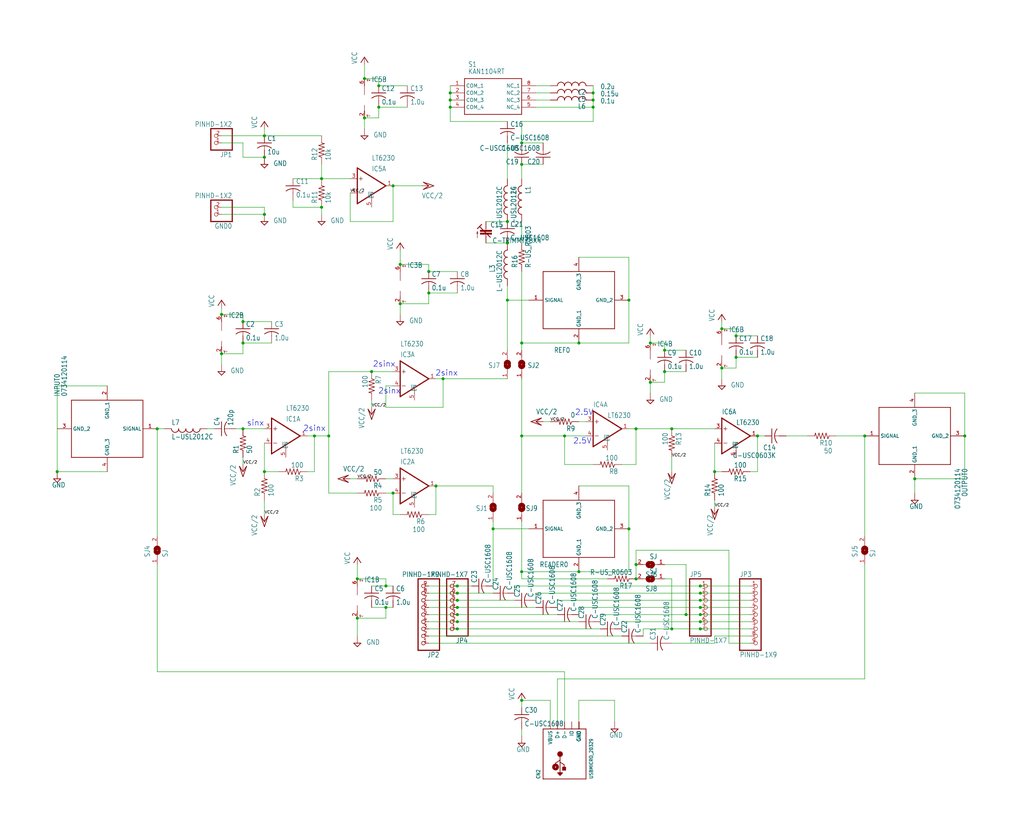
<source format=kicad_sch>
(kicad_sch (version 20231120) (generator "eeschema") (generator_version "8.0")
  (paper "User" 363.957 296.85)
  (junction (at 162.56 223.52))
  (junction (at 226.06 152.4))
  (junction (at 93.98 48.26))
  (junction (at 254 167.64))
  (junction (at 248.92 220.98))
  (junction (at 86.36 152.4))
  (junction (at 152.4 104.14))
  (junction (at 86.36 121.92))
  (junction (at 162.56 215.9))
  (junction (at 236.22 132.08))
  (junction (at 137.16 215.9))
  (junction (at 325.12 170.18))
  (junction (at 162.56 208.28))
  (junction (at 248.92 210.82))
  (junction (at 154.94 172.72))
  (junction (at 152.4 96.52))
  (junction (at 160.02 33.02))
  (junction (at 261.62 119.38))
  (junction (at 93.98 76.2))
  (junction (at 160.02 38.1))
  (junction (at 248.92 208.28))
  (junction (at 185.42 154.94))
  (junction (at 185.42 248.92))
  (junction (at 132.08 132.08))
  (junction (at 162.56 213.36))
  (junction (at 55.88 152.4))
  (junction (at 223.52 106.68))
  (junction (at 134.62 38.1))
  (junction (at 162.56 210.82))
  (junction (at 78.74 125.73))
  (junction (at 248.92 223.52))
  (junction (at 139.7 175.26))
  (junction (at 223.52 187.96))
  (junction (at 248.92 218.44))
  (junction (at 231.14 135.89))
  (junction (at 231.14 121.92))
  (junction (at 129.54 27.94))
  (junction (at 134.62 30.48))
  (junction (at 256.54 116.84))
  (junction (at 238.76 152.4))
  (junction (at 129.54 41.91))
  (junction (at 307.34 154.94))
  (junction (at 200.66 154.94))
  (junction (at 205.74 203.2))
  (junction (at 162.56 220.98))
  (junction (at 127 219.71))
  (junction (at 238.76 223.52))
  (junction (at 175.26 187.96))
  (junction (at 162.56 218.44))
  (junction (at 157.48 134.62))
  (junction (at 205.74 121.92))
  (junction (at 180.34 106.68))
  (junction (at 185.42 58.42))
  (junction (at 93.98 167.64))
  (junction (at 180.34 86.36))
  (junction (at 342.9 154.94))
  (junction (at 236.22 124.46))
  (junction (at 261.62 127))
  (junction (at 142.24 93.98))
  (junction (at 243.84 218.44))
  (junction (at 210.82 38.1))
  (junction (at 142.24 107.95))
  (junction (at 78.74 111.76))
  (junction (at 180.34 78.74))
  (junction (at 20.32 167.64))
  (junction (at 86.36 114.3))
  (junction (at 127 205.74))
  (junction (at 248.92 213.36))
  (junction (at 185.42 50.8))
  (junction (at 185.42 121.92))
  (junction (at 114.3 73.66))
  (junction (at 210.82 35.56))
  (junction (at 111.76 154.94))
  (junction (at 185.42 203.2))
  (junction (at 137.16 208.28))
  (junction (at 93.98 55.88))
  (junction (at 139.7 66.04))
  (junction (at 160.02 35.56))
  (junction (at 256.54 130.81))
  (junction (at 248.92 215.9))
  (junction (at 116.84 154.94))
  (junction (at 269.24 154.94))
  (junction (at 114.3 63.5))
  (junction (at 226.06 200.66))
  (junction (at 210.82 33.02))
  (junction (at 226.06 205.74))
  (wire (pts (xy 248.92 215.9) (xy 205.74 215.9)) (stroke (width 0.1524)))
  (wire (pts (xy 93.98 73.66) (xy 93.98 76.2)) (stroke (width 0.1524)))
  (wire (pts (xy 248.92 223.52) (xy 238.76 223.52)) (stroke (width 0.1524)))
  (wire (pts (xy 78.74 50.8) (xy 86.36 50.8)) (stroke (width 0.1524)))
  (wire (pts (xy 93.98 167.64) (xy 93.98 157.48)) (stroke (width 0.1524)))
  (wire (pts (xy 200.66 238.76) (xy 55.88 238.76)) (stroke (width 0.1524)))
  (wire (pts (xy 190.5 33.02) (xy 195.58 33.02)) (stroke (width 0.1524)))
  (wire (pts (xy 111.76 167.64) (xy 111.76 154.94)) (stroke (width 0.1524)))
  (wire (pts (xy 238.76 152.4) (xy 226.06 152.4)) (stroke (width 0.1524)))
  (wire (pts (xy 238.76 205.74) (xy 236.22 205.74)) (stroke (width 0.1524)))
  (wire (pts (xy 137.16 215.9) (xy 137.16 219.71)) (stroke (width 0.1524)))
  (wire (pts (xy 111.76 154.94) (xy 116.84 154.94)) (stroke (width 0.1524)))
  (wire (pts (xy 175.26 187.96) (xy 175.26 208.28)) (stroke (width 0.1524)))
  (wire (pts (xy 261.62 119.38) (xy 269.24 119.38)) (stroke (width 0.1524)))
  (wire (pts (xy 243.84 200.66) (xy 243.84 218.44)) (stroke (width 0.1524)))
  (wire (pts (xy 142.24 93.98) (xy 142.24 88.9)) (stroke (width 0.1524)))
  (wire (pts (xy 160.02 35.56) (xy 160.02 38.1)) (stroke (width 0.1524)))
  (wire (pts (xy 132.08 215.9) (xy 137.16 215.9)) (stroke (width 0.1524)))
  (wire (pts (xy 93.98 48.26) (xy 114.3 48.26)) (stroke (width 0.1524)))
  (wire (pts (xy 261.62 116.84) (xy 261.62 119.38)) (stroke (width 0.1524)))
  (wire (pts (xy 139.7 66.04) (xy 149.86 66.04)) (stroke (width 0.1524)))
  (wire (pts (xy 226.06 165.1) (xy 226.06 152.4)) (stroke (width 0.1524)))
  (wire (pts (xy 205.74 256.54) (xy 205.74 248.92)) (stroke (width 0.1524)))
  (wire (pts (xy 38.1 167.64) (xy 20.32 167.64)) (stroke (width 0.1524)))
  (wire (pts (xy 172.72 86.36) (xy 180.34 86.36)) (stroke (width 0.1524)))
  (wire (pts (xy 175.26 172.72) (xy 175.26 175.26)) (stroke (width 0.1524)))
  (wire (pts (xy 248.92 218.44) (xy 243.84 218.44)) (stroke (width 0.1524)))
  (wire (pts (xy 142.24 107.95) (xy 142.24 111.76)) (stroke (width 0.1524)))
  (wire (pts (xy 200.66 238.76) (xy 200.66 256.54)) (stroke (width 0.1524)))
  (wire (pts (xy 86.36 121.92) (xy 96.52 121.92)) (stroke (width 0.1524)))
  (wire (pts (xy 124.46 63.5) (xy 114.3 63.5)) (stroke (width 0.1524)))
  (wire (pts (xy 180.34 106.68) (xy 180.34 124.46)) (stroke (width 0.1524)))
  (wire (pts (xy 231.14 135.89) (xy 231.14 139.7)) (stroke (width 0.1524)))
  (wire (pts (xy 78.74 109.22) (xy 78.74 111.76)) (stroke (width 0.1524)))
  (wire (pts (xy 160.02 30.48) (xy 160.02 33.02)) (stroke (width 0.1524)))
  (wire (pts (xy 198.12 213.36) (xy 198.12 215.9)) (stroke (width 0.1524)))
  (wire (pts (xy 190.5 210.82) (xy 190.5 213.36)) (stroke (width 0.1524)))
  (wire (pts (xy 198.12 241.3) (xy 307.34 241.3)) (stroke (width 0.1524)))
  (wire (pts (xy 205.74 203.2) (xy 223.52 203.2)) (stroke (width 0.1524)))
  (wire (pts (xy 210.82 165.1) (xy 200.66 165.1)) (stroke (width 0.1524)))
  (wire (pts (xy 104.14 73.66) (xy 114.3 73.66)) (stroke (width 0.1524)))
  (wire (pts (xy 134.62 41.91) (xy 129.54 41.91)) (stroke (width 0.1524)))
  (wire (pts (xy 236.22 135.89) (xy 231.14 135.89)) (stroke (width 0.1524)))
  (wire (pts (xy 182.88 213.36) (xy 162.56 213.36)) (stroke (width 0.1524)))
  (wire (pts (xy 180.34 63.5) (xy 180.34 50.8)) (stroke (width 0.1524)))
  (wire (pts (xy 342.9 139.7) (xy 342.9 154.94)) (stroke (width 0.1524)))
  (wire (pts (xy 271.78 154.94) (xy 269.24 154.94)) (stroke (width 0.1524)))
  (wire (pts (xy 213.36 223.52) (xy 162.56 223.52)) (stroke (width 0.1524)))
  (wire (pts (xy 185.42 58.42) (xy 185.42 63.5)) (stroke (width 0.1524)))
  (wire (pts (xy 152.4 213.36) (xy 162.56 213.36)) (stroke (width 0.1524)))
  (wire (pts (xy 198.12 241.3) (xy 198.12 256.54)) (stroke (width 0.1524)))
  (wire (pts (xy 132.08 132.08) (xy 139.7 132.08)) (stroke (width 0.1524)))
  (wire (pts (xy 307.34 200.66) (xy 307.34 241.3)) (stroke (width 0.1524)))
  (wire (pts (xy 124.46 68.58) (xy 124.46 78.74)) (stroke (width 0.1524)))
  (wire (pts (xy 152.4 182.88) (xy 154.94 182.88)) (stroke (width 0.1524)))
  (wire (pts (xy 139.7 170.18) (xy 137.16 170.18)) (stroke (width 0.1524)))
  (wire (pts (xy 261.62 127) (xy 261.62 130.81)) (stroke (width 0.1524)))
  (wire (pts (xy 182.88 208.28) (xy 182.88 210.82)) (stroke (width 0.1524)))
  (wire (pts (xy 266.7 228.6) (xy 259.08 228.6)) (stroke (width 0.1524)))
  (wire (pts (xy 210.82 35.56) (xy 210.82 38.1)) (stroke (width 0.1524)))
  (wire (pts (xy 139.7 137.16) (xy 137.16 137.16)) (stroke (width 0.1524)))
  (wire (pts (xy 137.16 219.71) (xy 127 219.71)) (stroke (width 0.1524)))
  (wire (pts (xy 162.56 220.98) (xy 205.74 220.98)) (stroke (width 0.1524)))
  (wire (pts (xy 152.4 218.44) (xy 162.56 218.44)) (stroke (width 0.1524)))
  (wire (pts (xy 218.44 248.92) (xy 218.44 256.54)) (stroke (width 0.1524)))
  (wire (pts (xy 210.82 38.1) (xy 190.5 38.1)) (stroke (width 0.1524)))
  (wire (pts (xy 86.36 165.1) (xy 86.36 162.56)) (stroke (width 0.1524)))
  (wire (pts (xy 226.06 195.58) (xy 259.08 195.58)) (stroke (width 0.1524)))
  (wire (pts (xy 20.32 167.64) (xy 20.32 152.4)) (stroke (width 0.1524)))
  (wire (pts (xy 269.24 167.64) (xy 266.7 167.64)) (stroke (width 0.1524)))
  (wire (pts (xy 152.4 104.14) (xy 162.56 104.14)) (stroke (width 0.1524)))
  (wire (pts (xy 137.16 215.9) (xy 139.7 215.9)) (stroke (width 0.1524)))
  (wire (pts (xy 55.88 152.4) (xy 58.42 152.4)) (stroke (width 0.1524)))
  (wire (pts (xy 134.62 38.1) (xy 134.62 41.91)) (stroke (width 0.1524)))
  (wire (pts (xy 213.36 218.44) (xy 243.84 218.44)) (stroke (width 0.1524)))
  (wire (pts (xy 236.22 132.08) (xy 236.22 135.89)) (stroke (width 0.1524)))
  (wire (pts (xy 223.52 172.72) (xy 205.74 172.72)) (stroke (width 0.1524)))
  (wire (pts (xy 152.4 210.82) (xy 162.56 210.82)) (stroke (width 0.1524)))
  (wire (pts (xy 266.7 226.06) (xy 254 226.06)) (stroke (width 0.1524)))
  (wire (pts (xy 127 170.18) (xy 124.46 170.18)) (stroke (width 0.1524)))
  (wire (pts (xy 248.92 210.82) (xy 190.5 210.82)) (stroke (width 0.1524)))
  (wire (pts (xy 160.02 33.02) (xy 160.02 35.56)) (stroke (width 0.1524)))
  (wire (pts (xy 55.88 238.76) (xy 55.88 200.66)) (stroke (width 0.1524)))
  (wire (pts (xy 152.4 228.6) (xy 231.14 228.6)) (stroke (width 0.1524)))
  (wire (pts (xy 210.82 43.18) (xy 210.82 38.1)) (stroke (width 0.1524)))
  (wire (pts (xy 190.5 30.48) (xy 195.58 30.48)) (stroke (width 0.1524)))
  (wire (pts (xy 180.34 43.18) (xy 160.02 43.18)) (stroke (width 0.1524)))
  (wire (pts (xy 55.88 190.5) (xy 55.88 152.4)) (stroke (width 0.1524)))
  (wire (pts (xy 116.84 175.26) (xy 116.84 154.94)) (stroke (width 0.1524)))
  (wire (pts (xy 205.74 91.44) (xy 223.52 91.44)) (stroke (width 0.1524)))
  (wire (pts (xy 185.42 203.2) (xy 185.42 205.74)) (stroke (width 0.1524)))
  (wire (pts (xy 78.74 73.66) (xy 93.98 73.66)) (stroke (width 0.1524)))
  (wire (pts (xy 129.54 41.91) (xy 129.54 45.72)) (stroke (width 0.1524)))
  (wire (pts (xy 236.22 121.92) (xy 236.22 124.46)) (stroke (width 0.1524)))
  (wire (pts (xy 266.7 210.82) (xy 248.92 210.82)) (stroke (width 0.1524)))
  (wire (pts (xy 187.96 106.68) (xy 180.34 106.68)) (stroke (width 0.1524)))
  (wire (pts (xy 78.74 48.26) (xy 93.98 48.26)) (stroke (width 0.1524)))
  (wire (pts (xy 137.16 144.78) (xy 157.48 144.78)) (stroke (width 0.1524)))
  (wire (pts (xy 152.4 96.52) (xy 162.56 96.52)) (stroke (width 0.1524)))
  (wire (pts (xy 248.92 213.36) (xy 266.7 213.36)) (stroke (width 0.1524)))
  (wire (pts (xy 205.74 215.9) (xy 205.74 218.44)) (stroke (width 0.1524)))
  (wire (pts (xy 20.32 137.16) (xy 38.1 137.16)) (stroke (width 0.1524)))
  (wire (pts (xy 220.98 220.98) (xy 220.98 223.52)) (stroke (width 0.1524)))
  (wire (pts (xy 144.78 38.1) (xy 134.62 38.1)) (stroke (width 0.1524)))
  (wire (pts (xy 238.76 223.52) (xy 238.76 205.74)) (stroke (width 0.1524)))
  (wire (pts (xy 185.42 185.42) (xy 185.42 203.2)) (stroke (width 0.1524)))
  (wire (pts (xy 83.82 152.4) (xy 86.36 152.4)) (stroke (width 0.1524)))
  (wire (pts (xy 238.76 162.56) (xy 238.76 167.64)) (stroke (width 0.1524)))
  (wire (pts (xy 104.14 63.5) (xy 114.3 63.5)) (stroke (width 0.1524)))
  (wire (pts (xy 86.36 50.8) (xy 86.36 55.88)) (stroke (width 0.1524)))
  (wire (pts (xy 127 226.06) (xy 127 219.71)) (stroke (width 0.1524)))
  (wire (pts (xy 193.04 50.8) (xy 185.42 50.8)) (stroke (width 0.1524)))
  (wire (pts (xy 256.54 116.84) (xy 261.62 116.84)) (stroke (width 0.1524)))
  (wire (pts (xy 129.54 27.94) (xy 134.62 27.94)) (stroke (width 0.1524)))
  (wire (pts (xy 205.74 248.92) (xy 218.44 248.92)) (stroke (width 0.1524)))
  (wire (pts (xy 266.7 220.98) (xy 248.92 220.98)) (stroke (width 0.1524)))
  (wire (pts (xy 185.42 261.62) (xy 185.42 259.08)) (stroke (width 0.1524)))
  (wire (pts (xy 208.28 154.94) (xy 200.66 154.94)) (stroke (width 0.1524)))
  (wire (pts (xy 223.52 187.96) (xy 223.52 172.72)) (stroke (width 0.1524)))
  (wire (pts (xy 200.66 154.94) (xy 185.42 154.94)) (stroke (width 0.1524)))
  (wire (pts (xy 137.16 208.28) (xy 132.08 208.28)) (stroke (width 0.1524)))
  (wire (pts (xy 137.16 175.26) (xy 139.7 175.26)) (stroke (width 0.1524)))
  (wire (pts (xy 93.98 55.88) (xy 86.36 55.88)) (stroke (width 0.1524)))
  (wire (pts (xy 109.22 167.64) (xy 111.76 167.64)) (stroke (width 0.1524)))
  (wire (pts (xy 190.5 215.9) (xy 162.56 215.9)) (stroke (width 0.1524)))
  (wire (pts (xy 223.52 203.2) (xy 223.52 187.96)) (stroke (width 0.1524)))
  (wire (pts (xy 195.58 149.86) (xy 193.04 149.86)) (stroke (width 0.1524)))
  (wire (pts (xy 185.42 248.92) (xy 185.42 251.46)) (stroke (width 0.1524)))
  (wire (pts (xy 127 205.74) (xy 127 200.66)) (stroke (width 0.1524)))
  (wire (pts (xy 157.48 134.62) (xy 180.34 134.62)) (stroke (width 0.1524)))
  (wire (pts (xy 86.36 121.92) (xy 86.36 125.73)) (stroke (width 0.1524)))
  (wire (pts (xy 185.42 154.94) (xy 185.42 175.26)) (stroke (width 0.1524)))
  (wire (pts (xy 139.7 208.28) (xy 137.16 208.28)) (stroke (width 0.1524)))
  (wire (pts (xy 200.66 165.1) (xy 200.66 154.94)) (stroke (width 0.1524)))
  (wire (pts (xy 157.48 134.62) (xy 154.94 134.62)) (stroke (width 0.1524)))
  (wire (pts (xy 86.36 114.3) (xy 96.52 114.3)) (stroke (width 0.1524)))
  (wire (pts (xy 223.52 121.92) (xy 205.74 121.92)) (stroke (width 0.1524)))
  (wire (pts (xy 134.62 30.48) (xy 144.78 30.48)) (stroke (width 0.1524)))
  (wire (pts (xy 114.3 73.66) (xy 114.3 76.2)) (stroke (width 0.1524)))
  (wire (pts (xy 215.9 205.74) (xy 185.42 205.74)) (stroke (width 0.1524)))
  (wire (pts (xy 269.24 154.94) (xy 269.24 167.64)) (stroke (width 0.1524)))
  (wire (pts (xy 254 167.64) (xy 256.54 167.64)) (stroke (width 0.1524)))
  (wire (pts (xy 152.4 220.98) (xy 162.56 220.98)) (stroke (width 0.1524)))
  (wire (pts (xy 152.4 93.98) (xy 142.24 93.98)) (stroke (width 0.1524)))
  (wire (pts (xy 269.24 127) (xy 261.62 127)) (stroke (width 0.1524)))
  (wire (pts (xy 129.54 22.86) (xy 129.54 27.94)) (stroke (width 0.1524)))
  (wire (pts (xy 307.34 154.94) (xy 307.34 190.5)) (stroke (width 0.1524)))
  (wire (pts (xy 248.92 223.52) (xy 266.7 223.52)) (stroke (width 0.1524)))
  (wire (pts (xy 248.92 220.98) (xy 220.98 220.98)) (stroke (width 0.1524)))
  (wire (pts (xy 139.7 175.26) (xy 139.7 182.88)) (stroke (width 0.1524)))
  (wire (pts (xy 172.72 78.74) (xy 180.34 78.74)) (stroke (width 0.1524)))
  (wire (pts (xy 236.22 200.66) (xy 243.84 200.66)) (stroke (width 0.1524)))
  (wire (pts (xy 266.7 218.44) (xy 248.92 218.44)) (stroke (width 0.1524)))
  (wire (pts (xy 152.4 226.06) (xy 220.98 226.06)) (stroke (width 0.1524)))
  (wire (pts (xy 185.42 96.52) (xy 185.42 121.92)) (stroke (width 0.1524)))
  (wire (pts (xy 86.36 152.4) (xy 93.98 152.4)) (stroke (width 0.1524)))
  (wire (pts (xy 127 175.26) (xy 116.84 175.26)) (stroke (width 0.1524)))
  (wire (pts (xy 259.08 228.6) (xy 259.08 195.58)) (stroke (width 0.1524)))
  (wire (pts (xy 185.42 43.18) (xy 210.82 43.18)) (stroke (width 0.1524)))
  (wire (pts (xy 78.74 129.54) (xy 78.74 125.73)) (stroke (width 0.1524)))
  (wire (pts (xy 256.54 130.81) (xy 256.54 134.62)) (stroke (width 0.1524)))
  (wire (pts (xy 93.98 182.88) (xy 93.98 177.8)) (stroke (width 0.1524)))
  (wire (pts (xy 231.14 119.38) (xy 231.14 121.92)) (stroke (width 0.1524)))
  (wire (pts (xy 78.74 111.76) (xy 86.36 111.76)) (stroke (width 0.1524)))
  (wire (pts (xy 254 228.6) (xy 238.76 228.6)) (stroke (width 0.1524)))
  (wire (pts (xy 185.42 86.36) (xy 185.42 78.74)) (stroke (width 0.1524)))
  (wire (pts (xy 185.42 248.92) (xy 195.58 248.92)) (stroke (width 0.1524)))
  (wire (pts (xy 86.36 125.73) (xy 78.74 125.73)) (stroke (width 0.1524)))
  (wire (pts (xy 160.02 38.1) (xy 160.02 43.18)) (stroke (width 0.1524)))
  (wire (pts (xy 154.94 182.88) (xy 154.94 172.72)) (stroke (width 0.1524)))
  (wire (pts (xy 228.6 226.06) (xy 228.6 223.52)) (stroke (width 0.1524)))
  (wire (pts (xy 114.3 63.5) (xy 114.3 58.42)) (stroke (width 0.1524)))
  (wire (pts (xy 193.04 58.42) (xy 185.42 58.42)) (stroke (width 0.1524)))
  (wire (pts (xy 254 180.34) (xy 254 177.8)) (stroke (width 0.1524)))
  (wire (pts (xy 297.18 154.94) (xy 307.34 154.94)) (stroke (width 0.1524)))
  (wire (pts (xy 220.98 165.1) (xy 226.06 165.1)) (stroke (width 0.1524)))
  (wire (pts (xy 325.12 139.7) (xy 342.9 139.7)) (stroke (width 0.1524)))
  (wire (pts (xy 223.52 106.68) (xy 223.52 121.92)) (stroke (width 0.1524)))
  (wire (pts (xy 342.9 154.94) (xy 342.9 170.18)) (stroke (width 0.1524)))
  (wire (pts (xy 134.62 27.94) (xy 134.62 30.48)) (stroke (width 0.1524)))
  (wire (pts (xy 104.14 71.12) (xy 104.14 73.66)) (stroke (width 0.1524)))
  (wire (pts (xy 152.4 215.9) (xy 162.56 215.9)) (stroke (width 0.1524)))
  (wire (pts (xy 254 226.06) (xy 254 228.6)) (stroke (width 0.1524)))
  (wire (pts (xy 226.06 152.4) (xy 223.52 152.4)) (stroke (width 0.1524)))
  (wire (pts (xy 86.36 111.76) (xy 86.36 114.3)) (stroke (width 0.1524)))
  (wire (pts (xy 325.12 170.18) (xy 325.12 175.26)) (stroke (width 0.1524)))
  (wire (pts (xy 93.98 76.2) (xy 78.74 76.2)) (stroke (width 0.1524)))
  (wire (pts (xy 127 205.74) (xy 137.16 205.74)) (stroke (width 0.1524)))
  (wire (pts (xy 231.14 121.92) (xy 236.22 121.92)) (stroke (width 0.1524)))
  (wire (pts (xy 116.84 154.94) (xy 116.84 132.08)) (stroke (width 0.1524)))
  (wire (pts (xy 185.42 134.62) (xy 185.42 154.94)) (stroke (width 0.1524)))
  (wire (pts (xy 152.4 104.14) (xy 152.4 107.95)) (stroke (width 0.1524)))
  (wire (pts (xy 116.84 132.08) (xy 132.08 132.08)) (stroke (width 0.1524)))
  (wire (pts (xy 236.22 124.46) (xy 243.84 124.46)) (stroke (width 0.1524)))
  (wire (pts (xy 185.42 121.92) (xy 205.74 121.92)) (stroke (width 0.1524)))
  (wire (pts (xy 248.92 208.28) (xy 182.88 208.28)) (stroke (width 0.1524)))
  (wire (pts (xy 248.92 215.9) (xy 266.7 215.9)) (stroke (width 0.1524)))
  (wire (pts (xy 93.98 167.64) (xy 99.06 167.64)) (stroke (width 0.1524)))
  (wire (pts (xy 190.5 35.56) (xy 195.58 35.56)) (stroke (width 0.1524)))
  (wire (pts (xy 157.48 144.78) (xy 157.48 134.62)) (stroke (width 0.1524)))
  (wire (pts (xy 210.82 33.02) (xy 210.82 35.56)) (stroke (width 0.1524)))
  (wire (pts (xy 254 152.4) (xy 238.76 152.4)) (stroke (width 0.1524)))
  (wire (pts (xy 152.4 96.52) (xy 152.4 93.98)) (stroke (width 0.1524)))
  (wire (pts (xy 20.32 137.16) (xy 20.32 152.4)) (stroke (width 0.1524)))
  (wire (pts (xy 175.26 185.42) (xy 175.26 187.96)) (stroke (width 0.1524)))
  (wire (pts (xy 342.9 170.18) (xy 325.12 170.18)) (stroke (width 0.1524)))
  (wire (pts (xy 93.98 45.72) (xy 93.98 48.26)) (stroke (width 0.1524)))
  (wire (pts (xy 111.76 154.94) (xy 109.22 154.94)) (stroke (width 0.1524)))
  (wire (pts (xy 248.92 213.36) (xy 198.12 213.36)) (stroke (width 0.1524)))
  (wire (pts (xy 256.54 116.84) (xy 256.54 114.3)) (stroke (width 0.1524)))
  (wire (pts (xy 175.26 210.82) (xy 162.56 210.82)) (stroke (width 0.1524)))
  (wire (pts (xy 137.16 205.74) (xy 137.16 208.28)) (stroke (width 0.1524)))
  (wire (pts (xy 228.6 223.52) (xy 238.76 223.52)) (stroke (width 0.1524)))
  (wire (pts (xy 261.62 130.81) (xy 256.54 130.81)) (stroke (width 0.1524)))
  (wire (pts (xy 139.7 78.74) (xy 139.7 66.04)) (stroke (width 0.1524)))
  (wire (pts (xy 210.82 30.48) (xy 210.82 33.02)) (stroke (width 0.1524)))
  (wire (pts (xy 185.42 121.92) (xy 185.42 124.46)) (stroke (width 0.1524)))
  (wire (pts (xy 226.06 200.66) (xy 226.06 195.58)) (stroke (width 0.1524)))
  (wire (pts (xy 213.36 220.98) (xy 213.36 218.44)) (stroke (width 0.1524)))
  (wire (pts (xy 137.16 137.16) (xy 137.16 144.78)) (stroke (width 0.1524)))
  (wire (pts (xy 152.4 107.95) (xy 142.24 107.95)) (stroke (width 0.1524)))
  (wire (pts (xy 198.12 218.44) (xy 162.56 218.44)) (stroke (width 0.1524)))
  (wire (pts (xy 124.46 78.74) (xy 139.7 78.74)) (stroke (width 0.1524)))
  (wire (pts (xy 167.64 208.28) (xy 162.56 208.28)) (stroke (width 0.1524)))
  (wire (pts (xy 185.42 50.8) (xy 185.42 43.18)) (stroke (width 0.1524)))
  (wire (pts (xy 152.4 208.28) (xy 162.56 208.28)) (stroke (width 0.1524)))
  (wire (pts (xy 132.08 144.78) (xy 132.08 142.24)) (stroke (width 0.1524)))
  (wire (pts (xy 248.92 208.28) (xy 266.7 208.28)) (stroke (width 0.1524)))
  (wire (pts (xy 73.66 152.4) (xy 76.2 152.4)) (stroke (width 0.1524)))
  (wire (pts (xy 226.06 205.74) (xy 226.06 200.66)) (stroke (width 0.1524)))
  (wire (pts (xy 223.52 91.44) (xy 223.52 106.68)) (stroke (width 0.1524)))
  (wire (pts (xy 205.74 149.86) (xy 208.28 149.86)) (stroke (width 0.1524)))
  (wire (pts (xy 254 157.48) (xy 254 167.64)) (stroke (width 0.1524)))
  (wire (pts (xy 243.84 132.08) (xy 236.22 132.08)) (stroke (width 0.1524)))
  (wire (pts (xy 152.4 223.52) (xy 162.56 223.52)) (stroke (width 0.1524)))
  (wire (pts (xy 205.74 203.2) (xy 185.42 203.2)) (stroke (width 0.1524)))
  (wire (pts (xy 279.4 154.94) (xy 287.02 154.94)) (stroke (width 0.1524)))
  (wire (pts (xy 154.94 172.72) (xy 175.26 172.72)) (stroke (width 0.1524)))
  (wire (pts (xy 142.24 182.88) (xy 139.7 182.88)) (stroke (width 0.1524)))
  (wire (pts (xy 180.34 101.6) (xy 180.34 106.68)) (stroke (width 0.1524)))
  (wire (pts (xy 187.96 187.96) (xy 175.26 187.96)) (stroke (width 0.1524)))
  (wire (pts (xy 195.58 256.54) (xy 195.58 248.92)) (stroke (width 0.1524)))
  (text "2.5V" (at 207.01 156.845 0) (effects (font (size 2 2))))
  (text "2.5V" (at 207.645 146.685 0) (effects (font (size 2 2))))
  (text "2sinx" (at 136.525 129.54 0) (effects (font (size 2 2))))
  (text "2sinx" (at 158.75 132.715 0) (effects (font (size 2 2))))
  (text "sinx" (at 90.805 150.495 0) (effects (font (size 2 2))))
  (text "2sinx" (at 138.43 139.065 0) (effects (font (size 2 2))))
  (text "2sinx" (at 111.76 152.4 0) (effects (font (size 2 2))))
  (label "VCC/2" (at 132.08 144.78 0) (effects (font (size 1.016 1.016))))
  (label "VCC/2" (at 124.46 68.58 0) (effects (font (size 1.016 1.016))))
  (label "VCC/2" (at 127 170.18 0) (effects (font (size 1.016 1.016))))
  (label "VCC/2" (at 93.98 182.88 0) (effects (font (size 1.016 1.016))))
  (label "VCC/2" (at 238.76 162.56 0) (effects (font (size 1.016 1.016))))
  (label "VCC/2" (at 86.36 165.1 0) (effects (font (size 1.016 1.016))))
  (label "VCC/2" (at 254 180.34 0) (effects (font (size 1.016 1.016))))
  (label "VCC/2" (at 195.58 149.86 0) (effects (font (size 1.016 1.016))))
  (symbol (lib_id "bridge_ver3-eagle-import:SJ") (at 185.42 180.34 90) (unit 1)
    (property "Reference" "SJ9" (at 191.135 179.705 90) (effects (font (size 1.778 1.5113)) (justify left bottom)))
    (property "Value" "SJ" (effects (hide yes)))
    (property "Footprint" "bridge_ver3:SJ" (effects (hide yes)))
  )
  (symbol (lib_id "bridge_ver3-eagle-import:0734120114") (at 325.12 139.7 270) (unit 1)
    (property "Reference" "OUTPUT0" (at 342.9 166.37 0) (effects (font (size 1.778 1.5113)) (justify left)))
    (property "Value" "0734120114" (at 340.36 166.37 0) (effects (font (size 1.778 1.5113)) (justify left)))
    (property "Footprint" "bridge_ver3:0734120114" (effects (hide yes)))
  )
  (symbol (lib_id "bridge_ver3-eagle-import:GND") (at 93.98 58.42 0) (unit 1)
    (property "Reference" "#SUPPLY10" (effects (hide yes)))
    (property "Value" "GND" (at 97.155 59.055 0) (effects (font (size 1.778 1.5113)) (justify left bottom)))
  )
  (symbol (lib_id "bridge_ver3-eagle-import:VCC/2") (at 238.76 170.18 180) (unit 1)
    (property "Reference" "#P+7" (effects (hide yes)))
    (property "Value" "VCC/2" (at 236.22 170.18 90) (effects (font (size 1.778 1.5113)) (justify left bottom)))
  )
  (symbol (lib_id "bridge_ver3-eagle-import:VCC/2") (at 121.92 170.18 90) (unit 1)
    (property "Reference" "#P+6" (effects (hide yes)))
    (property "Value" "VCC/2" (at 121.92 167.64 90) (effects (font (size 1.778 1.5113)) (justify right top)))
  )
  (symbol (lib_id "bridge_ver3-eagle-import:PINHD-1X9") (at 269.24 218.44 0) (unit 1)
    (property "Reference" "JP3" (at 262.89 205.105 0) (effects (font (size 1.778 1.5113)) (justify left bottom)))
    (property "Value" "PINHD-1X9" (at 262.89 233.68 0) (effects (font (size 1.778 1.5113)) (justify left bottom)))
    (property "Footprint" "bridge_ver3:1X09" (effects (hide yes)))
  )
  (symbol (lib_id "bridge_ver3-eagle-import:C-USC1608") (at 170.18 208.28 90) (unit 1)
    (property "Reference" "C23" (at 169.545 207.264 0) (effects (font (size 1.778 1.5113)) (justify left bottom)))
    (property "Value" "C-USC1608" (at 174.371 207.264 0) (effects (font (size 1.778 1.5113)) (justify left bottom)))
    (property "Footprint" "bridge_ver3:C1608" (effects (hide yes)))
  )
  (symbol (lib_id "bridge_ver3-eagle-import:C-USC1608") (at 193.04 55.88 180) (unit 1)
    (property "Reference" "C20" (at 192.024 56.515 0) (effects (font (size 1.778 1.5113)) (justify left bottom)))
    (property "Value" "C-USC1608" (at 192.024 51.689 0) (effects (font (size 1.778 1.5113)) (justify left bottom)))
    (property "Footprint" "bridge_ver3:C1608" (effects (hide yes)))
  )
  (symbol (lib_id "bridge_ver3-eagle-import:SJ") (at 175.26 180.34 90) (unit 1)
    (property "Reference" "SJ1" (at 173.355 179.705 90) (effects (font (size 1.778 1.5113)) (justify left bottom)))
    (property "Value" "SJ" (effects (hide yes)))
    (property "Footprint" "bridge_ver3:SJ" (effects (hide yes)))
  )
  (symbol (lib_id "bridge_ver3-eagle-import:C-USC0603K") (at 261.62 121.92 0) (unit 1)
    (property "Reference" "C17" (at 262.636 121.285 0) (effects (font (size 1.778 1.5113)) (justify left bottom)))
    (property "Value" "0.1u" (at 262.636 126.111 0) (effects (font (size 1.778 1.5113)) (justify left bottom)))
    (property "Footprint" "bridge_ver3:C0603K" (effects (hide yes)))
  )
  (symbol (lib_id "bridge_ver3-eagle-import:C-USC1608") (at 200.66 218.44 90) (unit 1)
    (property "Reference" "C27" (at 200.025 217.424 0) (effects (font (size 1.778 1.5113)) (justify left bottom)))
    (property "Value" "C-USC1608" (at 204.851 217.424 0) (effects (font (size 1.778 1.5113)) (justify left bottom)))
    (property "Footprint" "bridge_ver3:C1608" (effects (hide yes)))
  )
  (symbol (lib_id "bridge_ver3-eagle-import:VCC") (at 142.24 86.36 0) (unit 1)
    (property "Reference" "#P+5" (effects (hide yes)))
    (property "Value" "VCC" (at 139.7 88.9 90) (effects (font (size 1.778 1.5113)) (justify left bottom)))
  )
  (symbol (lib_id "bridge_ver3-eagle-import:C-USC0603K") (at 162.56 99.06 0) (unit 1)
    (property "Reference" "C8" (at 163.576 98.425 0) (effects (font (size 1.778 1.5113)) (justify left bottom)))
    (property "Value" "1.0u" (at 163.576 103.251 0) (effects (font (size 1.778 1.5113)) (justify left bottom)))
    (property "Footprint" "bridge_ver3:C0603K" (effects (hide yes)))
  )
  (symbol (lib_id "bridge_ver3-eagle-import:L-USL2012C") (at 203.2 35.56 90) (unit 1)
    (property "Reference" "L6" (at 208.28 36.83 90) (effects (font (size 1.778 1.5113)) (justify left bottom)))
    (property "Value" "0.1u" (at 213.36 36.83 90) (effects (font (size 1.778 1.5113)) (justify right top)))
    (property "Footprint" "bridge_ver3:L2012C" (effects (hide yes)))
  )
  (symbol (lib_id "bridge_ver3-eagle-import:GND") (at 185.42 264.16 0) (unit 1)
    (property "Reference" "#SUPPLY13" (effects (hide yes)))
    (property "Value" "GND" (at 183.515 267.335 0) (effects (font (size 1.778 1.5113)) (justify left bottom)))
  )
  (symbol (lib_id "bridge_ver3-eagle-import:VCC") (at 93.98 43.18 0) (unit 1)
    (property "Reference" "#P+10" (effects (hide yes)))
    (property "Value" "VCC" (at 91.44 45.72 90) (effects (font (size 1.778 1.5113)) (justify left bottom)))
  )
  (symbol (lib_id "bridge_ver3-eagle-import:LT6230") (at 147.32 134.62 0) (unit 1)
    (property "Reference" "IC3" (at 142.24 127 0) (effects (font (size 1.778 1.5113)) (justify left bottom)))
    (property "Value" "LT6230" (at 142.24 123.19 0) (effects (font (size 1.778 1.5113)) (justify left bottom)))
    (property "Footprint" "bridge_ver3:TSOT23-6" (effects (hide yes)))
  )
  (symbol (lib_id "bridge_ver3-eagle-import:R-US_R0603") (at 238.76 157.48 270) (unit 1)
    (property "Reference" "R13" (at 240.2586 153.67 0) (effects (font (size 1.778 1.5113)) (justify left bottom)))
    (property "Value" "100" (at 235.458 153.67 0) (effects (font (size 1.778 1.5113)) (justify left bottom)))
    (property "Footprint" "bridge_ver3:R0603" (effects (hide yes)))
  )
  (symbol (lib_id "bridge_ver3-eagle-import:C-USC0603K") (at 269.24 121.92 0) (unit 1)
    (property "Reference" "C18" (at 270.256 121.285 0) (effects (font (size 1.778 1.5113)) (justify left bottom)))
    (property "Value" "1.0u" (at 270.256 126.111 0) (effects (font (size 1.778 1.5113)) (justify left bottom)))
    (property "Footprint" "bridge_ver3:C0603K" (effects (hide yes)))
  )
  (symbol (lib_id "bridge_ver3-eagle-import:C-USC0603K") (at 93.98 50.8 0) (unit 1)
    (property "Reference" "C1" (at 94.996 50.165 0) (effects (font (size 1.778 1.5113)) (justify left bottom)))
    (property "Value" "10u" (at 94.996 54.991 0) (effects (font (size 1.778 1.5113)) (justify left bottom)))
    (property "Footprint" "bridge_ver3:C0603K" (effects (hide yes)))
  )
  (symbol (lib_id "bridge_ver3-eagle-import:VCC") (at 78.74 106.68 0) (unit 1)
    (property "Reference" "#P+2" (effects (hide yes)))
    (property "Value" "VCC" (at 76.2 109.22 90) (effects (font (size 1.778 1.5113)) (justify left bottom)))
  )
  (symbol (lib_id "bridge_ver3-eagle-import:VCC") (at 256.54 111.76 0) (unit 1)
    (property "Reference" "#P+16" (effects (hide yes)))
    (property "Value" "VCC" (at 254 114.3 90) (effects (font (size 1.778 1.5113)) (justify left bottom)))
  )
  (symbol (lib_id "bridge_ver3-eagle-import:L-USL2012C") (at 180.34 71.12 180) (unit 1)
    (property "Reference" "L4" (at 181.61 66.04 90) (effects (font (size 1.778 1.5113)) (justify left bottom)))
    (property "Value" "L-USL2012C" (at 176.53 66.04 90) (effects (font (size 1.778 1.5113)) (justify left bottom)))
    (property "Footprint" "bridge_ver3:L2012C" (effects (hide yes)))
  )
  (symbol (lib_id "bridge_ver3-eagle-import:C-USC1608") (at 233.68 228.6 90) (unit 1)
    (property "Reference" "C31" (at 233.045 227.584 0) (effects (font (size 1.778 1.5113)) (justify left bottom)))
    (property "Value" "C-USC1608" (at 237.871 227.584 0) (effects (font (size 1.778 1.5113)) (justify left bottom)))
    (property "Footprint" "bridge_ver3:C1608" (effects (hide yes)))
  )
  (symbol (lib_id "bridge_ver3-eagle-import:C-USC1608") (at 180.34 45.72 0) (unit 1)
    (property "Reference" "C16" (at 181.356 45.085 0) (effects (font (size 1.778 1.5113)) (justify left bottom)))
    (property "Value" "C-USC1608" (at 181.356 49.911 0) (effects (font (size 1.778 1.5113)) (justify left bottom)))
    (property "Footprint" "bridge_ver3:C1608" (effects (hide yes)))
  )
  (symbol (lib_id "bridge_ver3-eagle-import:R-US_R0603") (at 132.08 175.26 180) (unit 1)
    (property "Reference" "R5" (at 135.89 176.7586 0) (effects (font (size 1.778 1.5113)) (justify left bottom)))
    (property "Value" "100" (at 135.89 179.578 0) (effects (font (size 1.778 1.5113)) (justify left bottom)))
    (property "Footprint" "bridge_ver3:R0603" (effects (hide yes)))
  )
  (symbol (lib_id "bridge_ver3-eagle-import:LT6230") (at 78.74 119.38 0) (unit 2)
    (property "Reference" "IC2" (at 81.28 113.03 0) (effects (font (size 1.778 1.5113)) (justify left bottom)))
    (property "Value" "LT6230" (effects (hide yes)))
    (property "Footprint" "bridge_ver3:TSOT23-6" (effects (hide yes)))
  )
  (symbol (lib_id "bridge_ver3-eagle-import:C-USC0603K") (at 96.52 116.84 0) (unit 1)
    (property "Reference" "C3" (at 97.536 116.205 0) (effects (font (size 1.778 1.5113)) (justify left bottom)))
    (property "Value" "1.0u" (at 97.536 121.031 0) (effects (font (size 1.778 1.5113)) (justify left bottom)))
    (property "Footprint" "bridge_ver3:C0603K" (effects (hide yes)))
  )
  (symbol (lib_id "bridge_ver3-eagle-import:C-USC0603K") (at 139.7 210.82 0) (unit 1)
    (property "Reference" "C6" (at 140.716 210.185 0) (effects (font (size 1.778 1.5113)) (justify left bottom)))
    (property "Value" "1.0u" (at 140.716 215.011 0) (effects (font (size 1.778 1.5113)) (justify left bottom)))
    (property "Footprint" "bridge_ver3:C0603K" (effects (hide yes)))
  )
  (symbol (lib_id "bridge_ver3-eagle-import:R-US_R0603") (at 185.42 91.44 90) (unit 1)
    (property "Reference" "R16" (at 183.9214 95.25 0) (effects (font (size 1.778 1.5113)) (justify left bottom)))
    (property "Value" "R-US_R0603" (at 188.722 95.25 0) (effects (font (size 1.778 1.5113)) (justify left bottom)))
    (property "Footprint" "bridge_ver3:R0603" (effects (hide yes)))
  )
  (symbol (lib_id "bridge_ver3-eagle-import:GND") (at 231.14 142.24 0) (unit 1)
    (property "Reference" "#SUPPLY5" (effects (hide yes)))
    (property "Value" "GND" (at 234.315 142.875 0) (effects (font (size 1.778 1.5113)) (justify left bottom)))
  )
  (symbol (lib_id "bridge_ver3-eagle-import:VCC/2") (at 190.5 149.86 90) (unit 1)
    (property "Reference" "#P+9" (effects (hide yes)))
    (property "Value" "VCC/2" (at 190.5 147.32 90) (effects (font (size 1.778 1.5113)) (justify right top)))
  )
  (symbol (lib_id "bridge_ver3-eagle-import:VCC") (at 129.54 20.32 0) (unit 1)
    (property "Reference" "#P+13" (effects (hide yes)))
    (property "Value" "VCC" (at 127 22.86 90) (effects (font (size 1.778 1.5113)) (justify left bottom)))
  )
  (symbol (lib_id "bridge_ver3-eagle-import:PINHD-1X7") (at 251.46 215.9 0) (unit 1)
    (property "Reference" "JP5" (at 245.11 205.105 0) (effects (font (size 1.778 1.5113)) (justify left bottom)))
    (property "Value" "PINHD-1X7" (at 245.11 228.6 0) (effects (font (size 1.778 1.5113)) (justify left bottom)))
    (property "Footprint" "bridge_ver3:1X07" (effects (hide yes)))
  )
  (symbol (lib_id "bridge_ver3-eagle-import:C-USC1608") (at 185.42 254 0) (unit 1)
    (property "Reference" "C30" (at 186.436 253.365 0) (effects (font (size 1.778 1.5113)) (justify left bottom)))
    (property "Value" "C-USC1608" (at 186.436 258.191 0) (effects (font (size 1.778 1.5113)) (justify left bottom)))
    (property "Footprint" "bridge_ver3:C1608" (effects (hide yes)))
  )
  (symbol (lib_id "bridge_ver3-eagle-import:GND") (at 325.12 177.8 0) (unit 1)
    (property "Reference" "#SUPPLY7" (effects (hide yes)))
    (property "Value" "GND" (at 323.215 180.975 0) (effects (font (size 1.778 1.5113)) (justify left bottom)))
  )
  (symbol (lib_id "bridge_ver3-eagle-import:L-USL2012C") (at 185.42 71.12 180) (unit 1)
    (property "Reference" "L1" (at 186.69 66.04 90) (effects (font (size 1.778 1.5113)) (justify left bottom)))
    (property "Value" "L-USL2012C" (at 181.61 66.04 90) (effects (font (size 1.778 1.5113)) (justify left bottom)))
    (property "Footprint" "bridge_ver3:L2012C" (effects (hide yes)))
  )
  (symbol (lib_id "bridge_ver3-eagle-import:C-USC1608") (at 185.42 213.36 90) (unit 1)
    (property "Reference" "C25" (at 184.785 212.344 0) (effects (font (size 1.778 1.5113)) (justify left bottom)))
    (property "Value" "C-USC1608" (at 189.611 212.344 0) (effects (font (size 1.778 1.5113)) (justify left bottom)))
    (property "Footprint" "bridge_ver3:C1608" (effects (hide yes)))
  )
  (symbol (lib_id "bridge_ver3-eagle-import:R-US_R0603") (at 200.66 149.86 180) (unit 1)
    (property "Reference" "R9" (at 204.47 151.3586 0) (effects (font (size 1.778 1.5113)) (justify left bottom)))
    (property "Value" "0" (at 204.47 146.558 0) (effects (font (size 1.778 1.5113)) (justify left bottom)))
    (property "Footprint" "bridge_ver3:R0603" (effects (hide yes)))
  )
  (symbol (lib_id "bridge_ver3-eagle-import:LT6230") (at 129.54 35.56 0) (unit 2)
    (property "Reference" "IC5" (at 132.08 29.21 0) (effects (font (size 1.778 1.5113)) (justify left bottom)))
    (property "Value" "LT6230" (effects (hide yes)))
    (property "Footprint" "bridge_ver3:TSOT23-6" (effects (hide yes)))
  )
  (symbol (lib_id "bridge_ver3-eagle-import:0734120114") (at 38.1 167.64 90) (unit 1)
    (property "Reference" "INPUT0" (at 20.32 140.97 0) (effects (font (size 1.778 1.5113)) (justify left)))
    (property "Value" "0734120114" (at 22.86 140.97 0) (effects (font (size 1.778 1.5113)) (justify left)))
    (property "Footprint" "bridge_ver3:0734120114" (effects (hide yes)))
  )
  (symbol (lib_id "bridge_ver3-eagle-import:L-USL2012C") (at 203.2 30.48 90) (unit 1)
    (property "Reference" "L2" (at 208.28 31.75 90) (effects (font (size 1.778 1.5113)) (justify left bottom)))
    (property "Value" "0.2u" (at 213.36 31.75 90) (effects (font (size 1.778 1.5113)) (justify right top)))
    (property "Footprint" "bridge_ver3:L2012C" (effects (hide yes)))
  )
  (symbol (lib_id "bridge_ver3-eagle-import:LT6230") (at 142.24 101.6 0) (unit 2)
    (property "Reference" "IC3" (at 144.78 95.25 0) (effects (font (size 1.778 1.5113)) (justify left bottom)))
    (property "Value" "LT6230" (effects (hide yes)))
    (property "Footprint" "bridge_ver3:TSOT23-6" (effects (hide yes)))
  )
  (symbol (lib_id "bridge_ver3-eagle-import:R-US_R0603") (at 114.3 68.58 90) (unit 1)
    (property "Reference" "R11" (at 112.8014 72.39 0) (effects (font (size 1.778 1.5113)) (justify left bottom)))
    (property "Value" "10k" (at 117.602 72.39 0) (effects (font (size 1.778 1.5113)) (justify left bottom)))
    (property "Footprint" "bridge_ver3:R0603" (effects (hide yes)))
  )
  (symbol (lib_id "bridge_ver3-eagle-import:GND") (at 20.32 170.18 0) (unit 1)
    (property "Reference" "#SUPPLY3" (effects (hide yes)))
    (property "Value" "GND" (at 18.415 173.355 0) (effects (font (size 1.778 1.5113)) (justify left bottom)))
  )
  (symbol (lib_id "bridge_ver3-eagle-import:C-USC0603K") (at 144.78 33.02 0) (unit 1)
    (property "Reference" "C13" (at 145.796 32.385 0) (effects (font (size 1.778 1.5113)) (justify left bottom)))
    (property "Value" "1.0u" (at 145.796 37.211 0) (effects (font (size 1.778 1.5113)) (justify left bottom)))
    (property "Footprint" "bridge_ver3:C0603K" (effects (hide yes)))
  )
  (symbol (lib_id "bridge_ver3-eagle-import:R-US_R0603") (at 292.1 154.94 180) (unit 1)
    (property "Reference" "R10" (at 295.91 156.4386 0) (effects (font (size 1.778 1.5113)) (justify left bottom)))
    (property "Value" "50" (at 295.91 159.258 0) (effects (font (size 1.778 1.5113)) (justify left bottom)))
    (property "Footprint" "bridge_ver3:R0603" (effects (hide yes)))
  )
  (symbol (lib_id "bridge_ver3-eagle-import:SJ") (at 185.42 129.54 90) (unit 1)
    (property "Reference" "SJ2" (at 191.77 128.905 90) (effects (font (size 1.778 1.5113)) (justify left bottom)))
    (property "Value" "SJ" (effects (hide yes)))
    (property "Footprint" "bridge_ver3:SJ" (effects (hide yes)))
  )
  (symbol (lib_id "bridge_ver3-eagle-import:USBMICRO_20329") (at 200.66 266.7 90) (unit 1)
    (property "Reference" "CN2" (at 192.024 276.86 0) (effects (font (size 1.27 1.0795)) (justify left bottom)))
    (property "Value" "USBMICRO_20329" (at 210.82 276.86 0) (effects (font (size 1.27 1.0795)) (justify left bottom)))
    (property "Footprint" "bridge_ver3:4UCONN_20329" (effects (hide yes)))
  )
  (symbol (lib_id "bridge_ver3-eagle-import:0734120114") (at 205.74 91.44 270) (unit 1)
    (property "Reference" "REF0" (at 196.85 124.46 90) (effects (font (size 1.778 1.5113)) (justify left)))
    (property "Value" "0734120114" (effects (hide yes)))
    (property "Footprint" "bridge_ver3:0734120114" (effects (hide yes)))
  )
  (symbol (lib_id "bridge_ver3-eagle-import:R-US_R0603") (at 86.36 157.48 90) (unit 1)
    (property "Reference" "R1" (at 84.8614 161.29 0) (effects (font (size 1.778 1.5113)) (justify left bottom)))
    (property "Value" "50" (at 89.662 161.29 0) (effects (font (size 1.778 1.5113)) (justify left bottom)))
    (property "Footprint" "bridge_ver3:R0603" (effects (hide yes)))
  )
  (symbol (lib_id "bridge_ver3-eagle-import:C-USC0603K") (at 132.08 210.82 0) (unit 1)
    (property "Reference" "C5" (at 133.096 210.185 0) (effects (font (size 1.778 1.5113)) (justify left bottom)))
    (property "Value" "0.1u" (at 133.096 215.011 0) (effects (font (size 1.778 1.5113)) (justify left bottom)))
    (property "Footprint" "bridge_ver3:C0603K" (effects (hide yes)))
  )
  (symbol (lib_id "bridge_ver3-eagle-import:R-US_R0603") (at 261.62 167.64 180) (unit 1)
    (property "Reference" "R15" (at 265.43 169.1386 0) (effects (font (size 1.778 1.5113)) (justify left bottom)))
    (property "Value" "100" (at 265.43 164.338 0) (effects (font (size 1.778 1.5113)) (justify left bottom)))
    (property "Footprint" "bridge_ver3:R0603" (effects (hide yes)))
  )
  (symbol (lib_id "bridge_ver3-eagle-import:GND") (at 93.98 78.74 0) (unit 1)
    (property "Reference" "#SUPPLY11" (effects (hide yes)))
    (property "Value" "GND" (at 97.155 79.375 0) (effects (font (size 1.778 1.5113)) (justify left bottom)))
  )
  (symbol (lib_id "bridge_ver3-eagle-import:GND") (at 127 228.6 0) (unit 1)
    (property "Reference" "#SUPPLY4" (effects (hide yes)))
    (property "Value" "GND" (at 130.175 229.235 0) (effects (font (size 1.778 1.5113)) (justify left bottom)))
  )
  (symbol (lib_id "bridge_ver3-eagle-import:LT6230") (at 101.6 154.94 0) (unit 1)
    (property "Reference" "IC1" (at 101.6 149.86 0) (effects (font (size 1.778 1.5113)) (justify left bottom)))
    (property "Value" "LT6230" (at 101.6 146.05 0) (effects (font (size 1.778 1.5113)) (justify left bottom)))
    (property "Footprint" "bridge_ver3:TSOT23-6" (effects (hide yes)))
  )
  (symbol (lib_id "bridge_ver3-eagle-import:GND") (at 142.24 114.3 0) (unit 1)
    (property "Reference" "#SUPPLY1" (effects (hide yes)))
    (property "Value" "GND" (at 145.415 114.935 0) (effects (font (size 1.778 1.5113)) (justify left bottom)))
  )
  (symbol (lib_id "bridge_ver3-eagle-import:PINHD-1X9") (at 149.86 218.44 180) (unit 1)
    (property "Reference" "JP2" (at 156.21 231.775 0) (effects (font (size 1.778 1.5113)) (justify left bottom)))
    (property "Value" "PINHD-1X9" (at 156.21 203.2 0) (effects (font (size 1.778 1.5113)) (justify left bottom)))
    (property "Footprint" "bridge_ver3:1X09" (effects (hide yes)))
  )
  (symbol (lib_id "bridge_ver3-eagle-import:C-USC0603K") (at 86.36 116.84 0) (unit 1)
    (property "Reference" "C2" (at 87.376 116.205 0) (effects (font (size 1.778 1.5113)) (justify left bottom)))
    (property "Value" "0.1u" (at 87.376 121.031 0) (effects (font (size 1.778 1.5113)) (justify left bottom)))
    (property "Footprint" "bridge_ver3:C0603K" (effects (hide yes)))
  )
  (symbol (lib_id "bridge_ver3-eagle-import:SJ") (at 55.88 195.58 90) (unit 1)
    (property "Reference" "SJ4" (at 53.34 198.12 0) (effects (font (size 1.778 1.5113)) (justify left bottom)))
    (property "Value" "SJ" (at 59.69 198.12 0) (effects (font (size 1.778 1.5113)) (justify left bottom)))
    (property "Footprint" "bridge_ver3:SJ" (effects (hide yes)))
  )
  (symbol (lib_id "bridge_ver3-eagle-import:VCC") (at 127 198.12 0) (unit 1)
    (property "Reference" "#P+3" (effects (hide yes)))
    (property "Value" "VCC" (at 124.46 200.66 90) (effects (font (size 1.778 1.5113)) (justify left bottom)))
  )
  (symbol (lib_id "bridge_ver3-eagle-import:GND") (at 78.74 132.08 0) (unit 1)
    (property "Reference" "#SUPPLY2" (effects (hide yes)))
    (property "Value" "GND" (at 81.915 132.715 0) (effects (font (size 1.778 1.5113)) (justify left bottom)))
  )
  (symbol (lib_id "bridge_ver3-eagle-import:LT6230") (at 215.9 152.4 0) (unit 1)
    (property "Reference" "IC4" (at 210.82 144.78 0) (effects (font (size 1.778 1.5113)) (justify left bottom)))
    (property "Value" "LT6230" (at 215.9 148.59 0) (effects (font (size 1.778 1.5113)) (justify left bottom)))
    (property "Footprint" "bridge_ver3:TSOT23-6" (effects (hide yes)))
  )
  (symbol (lib_id "bridge_ver3-eagle-import:VCC/2") (at 86.36 167.64 180) (unit 1)
    (property "Reference" "#P+1" (effects (hide yes)))
    (property "Value" "VCC/2" (at 83.82 172.72 90) (effects (font (size 1.778 1.5113)) (justify right top)))
  )
  (symbol (lib_id "bridge_ver3-eagle-import:LT6230") (at 127 213.36 0) (unit 2)
    (property "Reference" "IC1" (at 129.54 207.01 0) (effects (font (size 1.778 1.5113)) (justify left bottom)))
    (property "Value" "LT6230" (effects (hide yes)))
    (property "Footprint" "bridge_ver3:TSOT23-6" (effects (hide yes)))
  )
  (symbol (lib_id "bridge_ver3-eagle-import:C-USC0603K") (at 78.74 152.4 90) (unit 1)
    (property "Reference" "C4" (at 78.105 151.384 0) (effects (font (size 1.778 1.5113)) (justify left bottom)))
    (property "Value" "120p" (at 82.931 151.384 0) (effects (font (size 1.778 1.5113)) (justify left bottom)))
    (property "Footprint" "bridge_ver3:C0603K" (effects (hide yes)))
  )
  (symbol (lib_id "bridge_ver3-eagle-import:R-US_R0603") (at 93.98 172.72 90) (unit 1)
    (property "Reference" "R2" (at 92.4814 176.53 0) (effects (font (size 1.778 1.5113)) (justify left bottom)))
    (property "Value" "100" (at 97.282 176.53 0) (effects (font (size 1.778 1.5113)) (justify left bottom)))
    (property "Footprint" "bridge_ver3:R0603" (effects (hide yes)))
  )
  (symbol (lib_id "bridge_ver3-eagle-import:C-USC0603K") (at 236.22 127 0) (unit 1)
    (property "Reference" "C9" (at 237.236 126.365 0) (effects (font (size 1.778 1.5113)) (justify left bottom)))
    (property "Value" "0.1u" (at 237.236 131.191 0) (effects (font (size 1.778 1.5113)) (justify left bottom)))
    (property "Footprint" "bridge_ver3:C0603K" (effects (hide yes)))
  )
  (symbol (lib_id "bridge_ver3-eagle-import:C-TRIMMTZBX4") (at 172.72 81.28 0) (unit 1)
    (property "Reference" "C15" (at 174.244 80.899 0) (effects (font (size 1.778 1.5113)) (justify left bottom)))
    (property "Value" "C-TRIMMTZBX4" (at 175.006 86.487 0) (effects (font (size 1.778 1.5113)) (justify left bottom)))
    (property "Footprint" "bridge_ver3:CTRIMTZBX4" (effects (hide yes)))
  )
  (symbol (lib_id "bridge_ver3-eagle-import:VCC/2") (at 132.08 147.32 180) (unit 1)
    (property "Reference" "#P+4" (effects (hide yes)))
    (property "Value" "VCC/2" (at 129.54 152.4 90) (effects (font (size 1.778 1.5113)) (justify right top)))
  )
  (symbol (lib_id "bridge_ver3-eagle-import:VCC/2") (at 254 182.88 180) (unit 1)
    (property "Reference" "#P+15" (effects (hide yes)))
    (property "Value" "VCC/2" (at 251.46 182.88 90) (effects (font (size 1.778 1.5113)) (justify left bottom)))
  )
  (symbol (lib_id "bridge_ver3-eagle-import:R-US_R0603") (at 147.32 182.88 180) (unit 1)
    (property "Reference" "R6" (at 151.13 184.3786 0) (effects (font (size 1.778 1.5113)) (justify left bottom)))
    (property "Value" "100" (at 151.13 187.198 0) (effects (font (size 1.778 1.5113)) (justify left bottom)))
    (property "Footprint" "bridge_ver3:R0603" (effects (hide yes)))
  )
  (symbol (lib_id "bridge_ver3-eagle-import:R-US_R0603") (at 132.08 170.18 180) (unit 1)
    (property "Reference" "R4" (at 135.89 171.6786 0) (effects (font (size 1.778 1.5113)) (justify left bottom)))
    (property "Value" "50" (at 135.89 166.878 0) (effects (font (size 1.778 1.5113)) (justify left bottom)))
    (property "Footprint" "bridge_ver3:R0603" (effects (hide yes)))
  )
  (symbol (lib_id "bridge_ver3-eagle-import:C-USC0603K") (at 274.32 154.94 90) (unit 1)
    (property "Reference" "C14" (at 275.844 158.115 90) (effects (font (size 1.778 1.5113)) (justify left bottom)))
    (property "Value" "C-USC0603K" (at 275.844 160.909 90) (effects (font (size 1.778 1.5113)) (justify left bottom)))
    (property "Footprint" "bridge_ver3:C0603K" (effects (hide yes)))
  )
  (symbol (lib_id "bridge_ver3-eagle-import:C-USC1608") (at 193.04 215.9 90) (unit 1)
    (property "Reference" "C26" (at 192.405 214.884 0) (effects (font (size 1.778 1.5113)) (justify left bottom)))
    (property "Value" "C-USC1608" (at 197.231 214.884 0) (effects (font (size 1.778 1.5113)) (justify left bottom)))
    (property "Footprint" "bridge_ver3:C1608" (effects (hide yes)))
  )
  (symbol (lib_id "bridge_ver3-eagle-import:R-US_R0603") (at 254 172.72 90) (unit 1)
    (property "Reference" "R14" (at 252.5014 176.53 0) (effects (font (size 1.778 1.5113)) (justify left bottom)))
    (property "Value" "100" (at 257.302 176.53 0) (effects (font (size 1.778 1.5113)) (justify left bottom)))
    (property "Footprint" "bridge_ver3:R0603" (effects (hide yes)))
  )
  (symbol (lib_id "bridge_ver3-eagle-import:PINHD-1X2") (at 76.2 48.26 180) (unit 1)
    (property "Reference" "JP1" (at 82.55 53.975 0) (effects (font (size 1.778 1.5113)) (justify left bottom)))
    (property "Value" "PINHD-1X2" (at 82.55 43.18 0) (effects (font (size 1.778 1.5113)) (justify left bottom)))
    (property "Footprint" "bridge_ver3:1X02" (effects (hide yes)))
  )
  (symbol (lib_id "bridge_ver3-eagle-import:SJ") (at 231.14 205.74 180) (unit 1)
    (property "Reference" "SJ8" (at 233.68 208.28 0) (effects (font (size 1.778 1.5113)) (justify left bottom)))
    (property "Value" "SJ" (at 233.68 201.93 0) (effects (font (size 1.778 1.5113)) (justify left bottom)))
    (property "Footprint" "bridge_ver3:SJ" (effects (hide yes)))
  )
  (symbol (lib_id "bridge_ver3-eagle-import:LT6230") (at 231.14 129.54 0) (unit 2)
    (property "Reference" "IC4" (at 233.68 123.19 0) (effects (font (size 1.778 1.5113)) (justify left bottom)))
    (property "Value" "LT6230" (effects (hide yes)))
    (property "Footprint" "bridge_ver3:TSOT23-6" (effects (hide yes)))
  )
  (symbol (lib_id "bridge_ver3-eagle-import:LT6230") (at 147.32 172.72 0) (unit 1)
    (property "Reference" "IC2" (at 142.24 165.1 0) (effects (font (size 1.778 1.5113)) (justify left bottom)))
    (property "Value" "LT6230" (at 142.24 161.29 0) (effects (font (size 1.778 1.5113)) (justify left bottom)))
    (property "Footprint" "bridge_ver3:TSOT23-6" (effects (hide yes)))
  )
  (symbol (lib_id "bridge_ver3-eagle-import:VCC") (at 185.42 246.38 0) (unit 1)
    (property "Reference" "#P+14" (effects (hide yes)))
    (property "Value" "VCC" (at 182.88 248.92 90) (effects (font (size 1.778 1.5113)) (justify left bottom)))
  )
  (symbol (lib_id "bridge_ver3-eagle-import:C-USC0603K") (at 243.84 127 0) (unit 1)
    (property "Reference" "C10" (at 244.856 126.365 0) (effects (font (size 1.778 1.5113)) (justify left bottom)))
    (property "Value" "1.0u" (at 244.856 131.191 0) (effects (font (size 1.778 1.5113)) (justify left bottom)))
    (property "Footprint" "bridge_ver3:C0603K" (effects (hide yes)))
  )
  (symbol (lib_id "bridge_ver3-eagle-import:C-USC1608") (at 185.42 55.88 180) (unit 1)
    (property "Reference" "C19" (at 184.404 56.515 0) (effects (font (size 1.778 1.5113)) (justify left bottom)))
    (property "Value" "C-USC1608" (at 184.404 51.689 0) (effects (font (size 1.778 1.5113)) (justify left bottom)))
    (property "Footprint" "bridge_ver3:C1608" (effects (hide yes)))
  )
  (symbol (lib_id "bridge_ver3-eagle-import:GND") (at 218.44 259.08 0) (unit 1)
    (property "Reference" "#SUPPLY9" (effects (hide yes)))
    (property "Value" "GND" (at 216.535 262.255 0) (effects (font (size 1.778 1.5113)) (justify left bottom)))
  )
  (symbol (lib_id "bridge_ver3-eagle-import:LT6230") (at 256.54 124.46 0) (unit 2)
    (property "Reference" "IC6" (at 259.08 118.11 0) (effects (font (size 1.778 1.5113)) (justify left bottom)))
    (property "Value" "LT6230" (effects (hide yes)))
    (property "Footprint" "bridge_ver3:TSOT23-6" (effects (hide yes)))
  )
  (symbol (lib_id "bridge_ver3-eagle-import:C-USC1608") (at 223.52 226.06 90) (unit 1)
    (property "Reference" "C22" (at 222.885 225.044 0) (effects (font (size 1.778 1.5113)) (justify left bottom)))
    (property "Value" "C-USC1608" (at 227.711 225.044 0) (effects (font (size 1.778 1.5113)) (justify left bottom)))
    (property "Footprint" "bridge_ver3:C1608" (effects (hide yes)))
  )
  (symbol (lib_id "bridge_ver3-eagle-import:SJ") (at 307.34 195.58 90) (unit 1)
    (property "Reference" "SJ5" (at 304.8 198.12 0) (effects (font (size 1.778 1.5113)) (justify left bottom)))
    (property "Value" "SJ" (at 311.15 198.12 0) (effects (font (size 1.778 1.5113)) (justify left bottom)))
    (property "Footprint" "bridge_ver3:SJ" (effects (hide yes)))
  )
  (symbol (lib_id "bridge_ver3-eagle-import:C-USC1608") (at 208.28 220.98 90) (unit 1)
    (property "Reference" "C28" (at 207.645 219.964 0) (effects (font (size 1.778 1.5113)) (justify left bottom)))
    (property "Value" "C-USC1608" (at 212.471 219.964 0) (effects (font (size 1.778 1.5113)) (justify left bottom)))
    (property "Footprint" "bridge_ver3:C1608" (effects (hide yes)))
  )
  (symbol (lib_id "bridge_ver3-eagle-import:GND") (at 256.54 137.16 0) (unit 1)
    (property "Reference" "#SUPPLY12" (effects (hide yes)))
    (property "Value" "GND" (at 259.715 137.795 0) (effects (font (size 1.778 1.5113)) (justify left bottom)))
  )
  (symbol (lib_id "bridge_ver3-eagle-import:R-US_R0603") (at 132.08 137.16 270) (unit 1)
    (property "Reference" "R7" (at 133.5786 133.35 0) (effects (font (size 1.778 1.5113)) (justify left bottom)))
    (property "Value" "100" (at 128.778 133.35 0) (effects (font (size 1.778 1.5113)) (justify left bottom)))
    (property "Footprint" "bridge_ver3:R0603" (effects (hide yes)))
  )
  (symbol (lib_id "bridge_ver3-eagle-import:GND") (at 129.54 48.26 0) (unit 1)
    (property "Reference" "#SUPPLY8" (effects (hide yes)))
    (property "Value" "GND" (at 132.715 48.895 0) (effects (font (size 1.778 1.5113)) (justify left bottom)))
  )
  (symbol (lib_id "bridge_ver3-eagle-import:C-USC0603K") (at 152.4 99.06 0) (unit 1)
    (property "Reference" "C7" (at 153.416 98.425 0) (effects (font (size 1.778 1.5113)) (justify left bottom)))
    (property "Value" "0.1u" (at 153.416 103.251 0) (effects (font (size 1.778 1.5113)) (justify left bottom)))
    (property "Footprint" "bridge_ver3:C0603K" (effects (hide yes)))
  )
  (symbol (lib_id "bridge_ver3-eagle-import:C-USC0603K") (at 104.14 66.04 0) (unit 1)
    (property "Reference" "C11" (at 105.156 65.405 0) (effects (font (size 1.778 1.5113)) (justify left bottom)))
    (property "Value" "0.1u" (at 105.156 70.231 0) (effects (font (size 1.778 1.5113)) (justify left bottom)))
    (property "Footprint" "bridge_ver3:C0603K" (effects (hide yes)))
  )
  (symbol (lib_id "bridge_ver3-eagle-import:VCC/2") (at 152.4 66.04 270) (unit 1)
    (property "Reference" "#P+12" (effects (hide yes)))
    (property "Value" "VCC/2" (at 157.48 68.58 90) (effects (font (size 1.778 1.5113)) (justify right top)))
  )
  (symbol (lib_id "bridge_ver3-eagle-import:GND") (at 114.3 78.74 0) (unit 1)
    (property "Reference" "#SUPPLY6" (effects (hide yes)))
    (property "Value" "GND" (at 117.475 79.375 0) (effects (font (size 1.778 1.5113)) (justify left bottom)))
  )
  (symbol (lib_id "bridge_ver3-eagle-import:LT6230") (at 261.62 154.94 0) (unit 1)
    (property "Reference" "IC6" (at 256.54 147.32 0) (effects (font (size 1.778 1.5113)) (justify left bottom)))
    (property "Value" "LT6230" (at 261.62 151.13 0) (effects (font (size 1.778 1.5113)) (justify left bottom)))
    (property "Footprint" "bridge_ver3:TSOT23-6" (effects (hide yes)))
  )
  (symbol (lib_id "bridge_ver3-eagle-import:C-USC1608") (at 180.34 81.28 0) (unit 1)
    (property "Reference" "C21" (at 181.356 80.645 0) (effects (font (size 1.778 1.5113)) (justify left bottom)))
    (property "Value" "C-USC1608" (at 181.356 85.471 0) (effects (font (size 1.778 1.5113)) (justify left bottom)))
    (property "Footprint" "bridge_ver3:C1608" (effects (hide yes)))
  )
  (symbol (lib_id "bridge_ver3-eagle-import:PINHD-1X7") (at 160.02 215.9 180) (unit 1)
    (property "Reference" "JP4" (at 166.37 226.695 0) (effects (font (size 1.778 1.5113)) (justify left bottom)))
    (property "Value" "PINHD-1X7" (at 166.37 203.2 0) (effects (font (size 1.778 1.5113)) (justify left bottom)))
    (property "Footprint" "bridge_ver3:1X07" (effects (hide yes)))
  )
  (symbol (lib_id "bridge_ver3-eagle-import:C-USC0603K") (at 134.62 33.02 0) (unit 1)
    (property "Reference" "C12" (at 135.636 32.385 0) (effects (font (size 1.778 1.5113)) (justify left bottom)))
    (property "Value" "0.1u" (at 135.636 37.211 0) (effects (font (size 1.778 1.5113)) (justify left bottom)))
    (property "Footprint" "bridge_ver3:C0603K" (effects (hide yes)))
  )
  (symbol (lib_id "bridge_ver3-eagle-import:VCC") (at 231.14 116.84 0) (unit 1)
    (property "Reference" "#P+8" (effects (hide yes)))
    (property "Value" "VCC" (at 228.6 119.38 90) (effects (font (size 1.778 1.5113)) (justify left bottom)))
  )
  (symbol (lib_id "bridge_ver3-eagle-import:R-US_R0603") (at 114.3 53.34 90) (unit 1)
    (property "Reference" "R12" (at 112.8014 57.15 0) (effects (font (size 1.778 1.5113)) (justify left bottom)))
    (property "Value" "10k" (at 117.602 57.15 0) (effects (font (size 1.778 1.5113)) (justify left bottom)))
    (property "Footprint" "bridge_ver3:R0603" (effects (hide yes)))
  )
  (symbol (lib_id "bridge_ver3-eagle-import:SJ") (at 180.34 129.54 90) (unit 1)
    (property "Reference" "SJ7" (at 177.8 128.905 90) (effects (font (size 1.778 1.5113)) (justify left bottom)))
    (property "Value" "SJ" (effects (hide yes)))
    (property "Footprint" "bridge_ver3:SJ" (effects (hide yes)))
  )
  (symbol (lib_id "bridge_ver3-eagle-import:0734120114") (at 205.74 172.72 270) (unit 1)
    (property "Reference" "READER0" (at 191.77 200.66 90) (effects (font (size 1.778 1.5113)) (justify left)))
    (property "Value" "0734120114" (effects (hide yes)))
    (property "Footprint" "bridge_ver3:0734120114" (effects (hide yes)))
  )
  (symbol (lib_id "bridge_ver3-eagle-import:SJ") (at 231.14 200.66 180) (unit 1)
    (property "Reference" "SJ6" (at 233.68 203.2 0) (effects (font (size 1.778 1.5113)) (justify left bottom)))
    (property "Value" "SJ" (at 233.68 196.85 0) (effects (font (size 1.778 1.5113)) (justify left bottom)))
    (property "Footprint" "bridge_ver3:SJ" (effects (hide yes)))
  )
  (symbol (lib_id "bridge_ver3-eagle-import:LT6230") (at 132.08 66.04 0) (unit 1)
    (property "Reference" "IC5" (at 132.08 60.96 0) (effects (font (size 1.778 1.5113)) (justify left bottom)))
    (property "Value" "LT6230" (at 132.08 57.15 0) (effects (font (size 1.778 1.5113)) (justify left bottom)))
    (property "Footprint" "bridge_ver3:TSOT23-6" (effects (hide yes)))
  )
  (symbol (lib_id "bridge_ver3-eagle-import:L-USL2012C") (at 180.34 93.98 180) (unit 1)
    (property "Reference" "L3" (at 173.99 93.98 90) (effects (font (size 1.778 1.5113)) (justify left bottom)))
    (property "Value" "L-USL2012C" (at 176.53 88.9 90) (effects (font (size 1.778 1.5113)) (justify left bottom)))
    (property "Footprint" "bridge_ver3:L2012C" (effects (hide yes)))
  )
  (symbol (lib_id "bridge_ver3-eagle-import:C-USC1608") (at 177.8 210.82 90) (unit 1)
    (property "Reference" "C24" (at 177.165 209.804 0) (effects (font (size 1.778 1.5113)) (justify left bottom)))
    (property "Value" "C-USC1608" (at 181.991 209.804 0) (effects (font (size 1.778 1.5113)) (justify left bottom)))
    (property "Footprint" "bridge_ver3:C1608" (effects (hide yes)))
  )
  (symbol (lib_id "bridge_ver3-eagle-import:KAN1104RT") (at 160.02 30.48 0) (unit 1)
    (property "Reference" "S1" (at 166.37 22.86 0) (effects (font (size 1.778 1.5113)) (justify left)))
    (property "Value" "KAN1104RT" (at 166.37 25.4 0) (effects (font (size 1.778 1.5113)) (justify left)))
    (property "Footprint" "bridge_ver3:KAN1104RT" (effects (hide yes)))
  )
  (symbol (lib_id "bridge_ver3-eagle-import:R-US_R0603") (at 220.98 205.74 180) (unit 1)
    (property "Reference" "R17" (at 224.79 207.2386 0) (effects (font (size 1.778 1.5113)) (justify left bottom)))
    (property "Value" "R-US_R0603" (at 224.79 202.438 0) (effects (font (size 1.778 1.5113)) (justify left bottom)))
    (property "Footprint" "bridge_ver3:R0603" (effects (hide yes)))
  )
  (symbol (lib_id "bridge_ver3-eagle-import:L-USL2012C") (at 203.2 33.02 90) (unit 1)
    (property "Reference" "L5" (at 208.28 34.29 90) (effects (font (size 1.778 1.5113)) (justify left bottom)))
    (property "Value" "0.15u" (at 213.36 34.29 90) (effects (font (size 1.778 1.5113)) (justify right top)))
    (property "Footprint" "bridge_ver3:L2012C" (effects (hide yes)))
  )
  (symbol (lib_id "bridge_ver3-eagle-import:C-USC1608") (at 215.9 223.52 90) (unit 1)
    (property "Reference" "C29" (at 215.265 222.504 0) (effects (font (size 1.778 1.5113)) (justify left bottom)))
    (property "Value" "C-USC1608" (at 220.091 222.504 0) (effects (font (size 1.778 1.5113)) (justify left bottom)))
    (property "Footprint" "bridge_ver3:C1608" (effects (hide yes)))
  )
  (symbol (lib_id "bridge_ver3-eagle-import:PINHD-1X2") (at 76.2 73.66 180) (unit 1)
    (property "Reference" "GND0" (at 82.55 79.375 0) (effects (font (size 1.778 1.5113)) (justify left bottom)))
    (property "Value" "PINHD-1X2" (at 82.55 68.58 0) (effects (font (size 1.778 1.5113)) (justify left bottom)))
    (property "Footprint" "bridge_ver3:1X02" (effects (hide yes)))
  )
  (symbol (lib_id "bridge_ver3-eagle-import:R-US_R0603") (at 215.9 165.1 180) (unit 1)
    (property "Reference" "R8" (at 219.71 166.5986 0) (effects (font (size 1.778 1.5113)) (justify left bottom)))
    (property "Value" "100" (at 219.71 161.798 0) (effects (font (size 1.778 1.5113)) (justify left bottom)))
    (property "Footprint" "bridge_ver3:R0603" (effects (hide yes)))
  )
  (symbol (lib_id "bridge_ver3-eagle-import:R-US_R0603") (at 104.14 167.64 180) (unit 1)
    (property "Reference" "R3" (at 107.95 169.1386 0) (effects (font (size 1.778 1.5113)) (justify left bottom)))
    (property "Value" "100" (at 107.95 164.338 0) (effects (font (size 1.778 1.5113)) (justify left bottom)))
    (property "Footprint" "bridge_ver3:R0603" (effects (hide yes)))
  )
  (symbol (lib_id "bridge_ver3-eagle-import:L-USL2012C") (at 66.04 152.4 270) (unit 1)
    (property "Reference" "L7" (at 60.96 151.13 90) (effects (font (size 1.778 1.5113)) (justify left bottom)))
    (property "Value" "L-USL2012C" (at 60.96 156.21 90) (effects (font (size 1.778 1.5113)) (justify left bottom)))
    (property "Footprint" "bridge_ver3:L2012C" (effects (hide yes)))
  )
  (symbol (lib_id "bridge_ver3-eagle-import:VCC/2") (at 93.98 185.42 180) (unit 1)
    (property "Reference" "#P+11" (effects (hide yes)))
    (property "Value" "VCC/2" (at 91.44 190.5 90) (effects (font (size 1.778 1.5113)) (justify right top)))
  )
)
</source>
